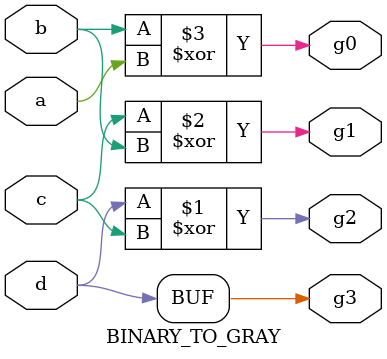
<source format=v>
module BINARY_TO_GRAY (
	input a, b, c, d,
	output g3, g2, g1, g0
);

	assign g3 = d;
	xor(g2, d, c);
	xor(g1, c, b);
	xor(g0, b, a);
endmodule

</source>
